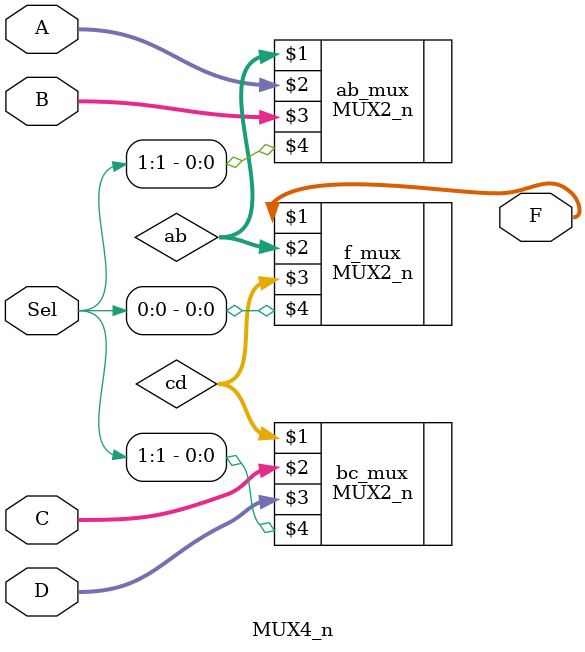
<source format=v>

module MUX4_n #(parameter  n=32) (F,A,B,C,D,Sel);
//synopsis template 
  input [0 : n-1] A, B, C, D;

  input [0:1] Sel;

  output [0 : n-1] F;

  wire [0 : n-1] ab, cd;

  MUX2_n #(n) ab_mux (ab, A, B, Sel[1]);
  MUX2_n #(n) bc_mux (cd, C, D, Sel[1]);
  MUX2_n #(n) f_mux  (F, ab, cd, Sel[0]);
endmodule

</source>
